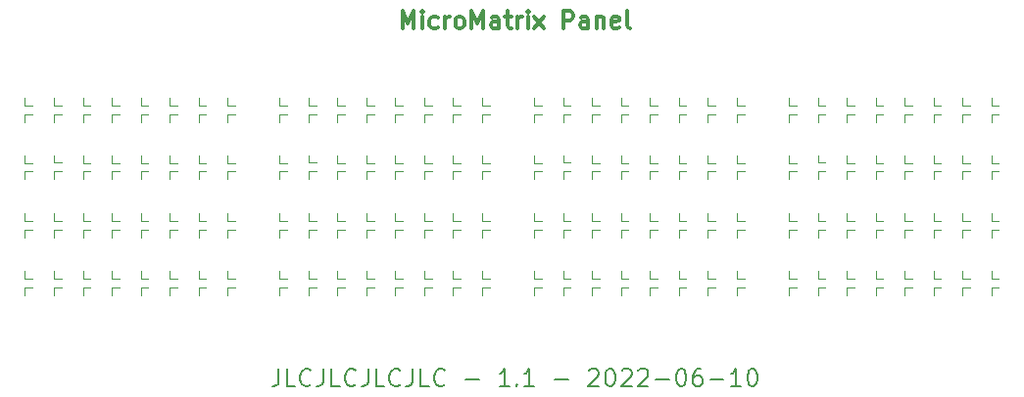
<source format=gto>
G04 #@! TF.GenerationSoftware,KiCad,Pcbnew,(6.0.5)*
G04 #@! TF.CreationDate,2022-06-10T16:45:54+02:00*
G04 #@! TF.ProjectId,MicroMatrix_Panel,4d696372-6f4d-4617-9472-69785f50616e,1.1*
G04 #@! TF.SameCoordinates,Original*
G04 #@! TF.FileFunction,Legend,Top*
G04 #@! TF.FilePolarity,Positive*
%FSLAX46Y46*%
G04 Gerber Fmt 4.6, Leading zero omitted, Abs format (unit mm)*
G04 Created by KiCad (PCBNEW (6.0.5)) date 2022-06-10 16:45:54*
%MOMM*%
%LPD*%
G01*
G04 APERTURE LIST*
%ADD10C,0.300000*%
%ADD11C,0.200000*%
%ADD12C,0.150000*%
%ADD13C,0.152000*%
%ADD14C,0.100000*%
G04 APERTURE END LIST*
D10*
X48250000Y-18178571D02*
X48250000Y-16678571D01*
X48750000Y-17750000D01*
X49250000Y-16678571D01*
X49250000Y-18178571D01*
X49964285Y-18178571D02*
X49964285Y-17178571D01*
X49964285Y-16678571D02*
X49892857Y-16750000D01*
X49964285Y-16821428D01*
X50035714Y-16750000D01*
X49964285Y-16678571D01*
X49964285Y-16821428D01*
X51321428Y-18107142D02*
X51178571Y-18178571D01*
X50892857Y-18178571D01*
X50750000Y-18107142D01*
X50678571Y-18035714D01*
X50607142Y-17892857D01*
X50607142Y-17464285D01*
X50678571Y-17321428D01*
X50750000Y-17250000D01*
X50892857Y-17178571D01*
X51178571Y-17178571D01*
X51321428Y-17250000D01*
X51964285Y-18178571D02*
X51964285Y-17178571D01*
X51964285Y-17464285D02*
X52035714Y-17321428D01*
X52107142Y-17250000D01*
X52250000Y-17178571D01*
X52392857Y-17178571D01*
X53107142Y-18178571D02*
X52964285Y-18107142D01*
X52892857Y-18035714D01*
X52821428Y-17892857D01*
X52821428Y-17464285D01*
X52892857Y-17321428D01*
X52964285Y-17250000D01*
X53107142Y-17178571D01*
X53321428Y-17178571D01*
X53464285Y-17250000D01*
X53535714Y-17321428D01*
X53607142Y-17464285D01*
X53607142Y-17892857D01*
X53535714Y-18035714D01*
X53464285Y-18107142D01*
X53321428Y-18178571D01*
X53107142Y-18178571D01*
X54250000Y-18178571D02*
X54250000Y-16678571D01*
X54750000Y-17750000D01*
X55250000Y-16678571D01*
X55250000Y-18178571D01*
X56607142Y-18178571D02*
X56607142Y-17392857D01*
X56535714Y-17250000D01*
X56392857Y-17178571D01*
X56107142Y-17178571D01*
X55964285Y-17250000D01*
X56607142Y-18107142D02*
X56464285Y-18178571D01*
X56107142Y-18178571D01*
X55964285Y-18107142D01*
X55892857Y-17964285D01*
X55892857Y-17821428D01*
X55964285Y-17678571D01*
X56107142Y-17607142D01*
X56464285Y-17607142D01*
X56607142Y-17535714D01*
X57107142Y-17178571D02*
X57678571Y-17178571D01*
X57321428Y-16678571D02*
X57321428Y-17964285D01*
X57392857Y-18107142D01*
X57535714Y-18178571D01*
X57678571Y-18178571D01*
X58178571Y-18178571D02*
X58178571Y-17178571D01*
X58178571Y-17464285D02*
X58250000Y-17321428D01*
X58321428Y-17250000D01*
X58464285Y-17178571D01*
X58607142Y-17178571D01*
X59107142Y-18178571D02*
X59107142Y-17178571D01*
X59107142Y-16678571D02*
X59035714Y-16750000D01*
X59107142Y-16821428D01*
X59178571Y-16750000D01*
X59107142Y-16678571D01*
X59107142Y-16821428D01*
X59678571Y-18178571D02*
X60464285Y-17178571D01*
X59678571Y-17178571D02*
X60464285Y-18178571D01*
X62178571Y-18178571D02*
X62178571Y-16678571D01*
X62750000Y-16678571D01*
X62892857Y-16750000D01*
X62964285Y-16821428D01*
X63035714Y-16964285D01*
X63035714Y-17178571D01*
X62964285Y-17321428D01*
X62892857Y-17392857D01*
X62750000Y-17464285D01*
X62178571Y-17464285D01*
X64321428Y-18178571D02*
X64321428Y-17392857D01*
X64250000Y-17250000D01*
X64107142Y-17178571D01*
X63821428Y-17178571D01*
X63678571Y-17250000D01*
X64321428Y-18107142D02*
X64178571Y-18178571D01*
X63821428Y-18178571D01*
X63678571Y-18107142D01*
X63607142Y-17964285D01*
X63607142Y-17821428D01*
X63678571Y-17678571D01*
X63821428Y-17607142D01*
X64178571Y-17607142D01*
X64321428Y-17535714D01*
X65035714Y-17178571D02*
X65035714Y-18178571D01*
X65035714Y-17321428D02*
X65107142Y-17250000D01*
X65250000Y-17178571D01*
X65464285Y-17178571D01*
X65607142Y-17250000D01*
X65678571Y-17392857D01*
X65678571Y-18178571D01*
X66964285Y-18107142D02*
X66821428Y-18178571D01*
X66535714Y-18178571D01*
X66392857Y-18107142D01*
X66321428Y-17964285D01*
X66321428Y-17392857D01*
X66392857Y-17250000D01*
X66535714Y-17178571D01*
X66821428Y-17178571D01*
X66964285Y-17250000D01*
X67035714Y-17392857D01*
X67035714Y-17535714D01*
X66321428Y-17678571D01*
X67892857Y-18178571D02*
X67750000Y-18107142D01*
X67678571Y-17964285D01*
X67678571Y-16678571D01*
D11*
X37571428Y-47678571D02*
X37571428Y-48750000D01*
X37500000Y-48964285D01*
X37357142Y-49107142D01*
X37142857Y-49178571D01*
X37000000Y-49178571D01*
X39000000Y-49178571D02*
X38285714Y-49178571D01*
X38285714Y-47678571D01*
X40357142Y-49035714D02*
X40285714Y-49107142D01*
X40071428Y-49178571D01*
X39928571Y-49178571D01*
X39714285Y-49107142D01*
X39571428Y-48964285D01*
X39500000Y-48821428D01*
X39428571Y-48535714D01*
X39428571Y-48321428D01*
X39500000Y-48035714D01*
X39571428Y-47892857D01*
X39714285Y-47750000D01*
X39928571Y-47678571D01*
X40071428Y-47678571D01*
X40285714Y-47750000D01*
X40357142Y-47821428D01*
X41428571Y-47678571D02*
X41428571Y-48750000D01*
X41357142Y-48964285D01*
X41214285Y-49107142D01*
X41000000Y-49178571D01*
X40857142Y-49178571D01*
X42857142Y-49178571D02*
X42142857Y-49178571D01*
X42142857Y-47678571D01*
X44214285Y-49035714D02*
X44142857Y-49107142D01*
X43928571Y-49178571D01*
X43785714Y-49178571D01*
X43571428Y-49107142D01*
X43428571Y-48964285D01*
X43357142Y-48821428D01*
X43285714Y-48535714D01*
X43285714Y-48321428D01*
X43357142Y-48035714D01*
X43428571Y-47892857D01*
X43571428Y-47750000D01*
X43785714Y-47678571D01*
X43928571Y-47678571D01*
X44142857Y-47750000D01*
X44214285Y-47821428D01*
X45285714Y-47678571D02*
X45285714Y-48750000D01*
X45214285Y-48964285D01*
X45071428Y-49107142D01*
X44857142Y-49178571D01*
X44714285Y-49178571D01*
X46714285Y-49178571D02*
X46000000Y-49178571D01*
X46000000Y-47678571D01*
X48071428Y-49035714D02*
X48000000Y-49107142D01*
X47785714Y-49178571D01*
X47642857Y-49178571D01*
X47428571Y-49107142D01*
X47285714Y-48964285D01*
X47214285Y-48821428D01*
X47142857Y-48535714D01*
X47142857Y-48321428D01*
X47214285Y-48035714D01*
X47285714Y-47892857D01*
X47428571Y-47750000D01*
X47642857Y-47678571D01*
X47785714Y-47678571D01*
X48000000Y-47750000D01*
X48071428Y-47821428D01*
X49142857Y-47678571D02*
X49142857Y-48750000D01*
X49071428Y-48964285D01*
X48928571Y-49107142D01*
X48714285Y-49178571D01*
X48571428Y-49178571D01*
X50571428Y-49178571D02*
X49857142Y-49178571D01*
X49857142Y-47678571D01*
X51928571Y-49035714D02*
X51857142Y-49107142D01*
X51642857Y-49178571D01*
X51500000Y-49178571D01*
X51285714Y-49107142D01*
X51142857Y-48964285D01*
X51071428Y-48821428D01*
X51000000Y-48535714D01*
X51000000Y-48321428D01*
X51071428Y-48035714D01*
X51142857Y-47892857D01*
X51285714Y-47750000D01*
X51500000Y-47678571D01*
X51642857Y-47678571D01*
X51857142Y-47750000D01*
X51928571Y-47821428D01*
X53714285Y-48607142D02*
X54857142Y-48607142D01*
X57500000Y-49178571D02*
X56642857Y-49178571D01*
X57071428Y-49178571D02*
X57071428Y-47678571D01*
X56928571Y-47892857D01*
X56785714Y-48035714D01*
X56642857Y-48107142D01*
X58142857Y-49035714D02*
X58214285Y-49107142D01*
X58142857Y-49178571D01*
X58071428Y-49107142D01*
X58142857Y-49035714D01*
X58142857Y-49178571D01*
X59642857Y-49178571D02*
X58785714Y-49178571D01*
X59214285Y-49178571D02*
X59214285Y-47678571D01*
X59071428Y-47892857D01*
X58928571Y-48035714D01*
X58785714Y-48107142D01*
X61428571Y-48607142D02*
X62571428Y-48607142D01*
X64357142Y-47821428D02*
X64428571Y-47750000D01*
X64571428Y-47678571D01*
X64928571Y-47678571D01*
X65071428Y-47750000D01*
X65142857Y-47821428D01*
X65214285Y-47964285D01*
X65214285Y-48107142D01*
X65142857Y-48321428D01*
X64285714Y-49178571D01*
X65214285Y-49178571D01*
X66142857Y-47678571D02*
X66285714Y-47678571D01*
X66428571Y-47750000D01*
X66500000Y-47821428D01*
X66571428Y-47964285D01*
X66642857Y-48250000D01*
X66642857Y-48607142D01*
X66571428Y-48892857D01*
X66500000Y-49035714D01*
X66428571Y-49107142D01*
X66285714Y-49178571D01*
X66142857Y-49178571D01*
X66000000Y-49107142D01*
X65928571Y-49035714D01*
X65857142Y-48892857D01*
X65785714Y-48607142D01*
X65785714Y-48250000D01*
X65857142Y-47964285D01*
X65928571Y-47821428D01*
X66000000Y-47750000D01*
X66142857Y-47678571D01*
X67214285Y-47821428D02*
X67285714Y-47750000D01*
X67428571Y-47678571D01*
X67785714Y-47678571D01*
X67928571Y-47750000D01*
X68000000Y-47821428D01*
X68071428Y-47964285D01*
X68071428Y-48107142D01*
X68000000Y-48321428D01*
X67142857Y-49178571D01*
X68071428Y-49178571D01*
X68642857Y-47821428D02*
X68714285Y-47750000D01*
X68857142Y-47678571D01*
X69214285Y-47678571D01*
X69357142Y-47750000D01*
X69428571Y-47821428D01*
X69500000Y-47964285D01*
X69500000Y-48107142D01*
X69428571Y-48321428D01*
X68571428Y-49178571D01*
X69500000Y-49178571D01*
X70142857Y-48607142D02*
X71285714Y-48607142D01*
X72285714Y-47678571D02*
X72428571Y-47678571D01*
X72571428Y-47750000D01*
X72642857Y-47821428D01*
X72714285Y-47964285D01*
X72785714Y-48250000D01*
X72785714Y-48607142D01*
X72714285Y-48892857D01*
X72642857Y-49035714D01*
X72571428Y-49107142D01*
X72428571Y-49178571D01*
X72285714Y-49178571D01*
X72142857Y-49107142D01*
X72071428Y-49035714D01*
X72000000Y-48892857D01*
X71928571Y-48607142D01*
X71928571Y-48250000D01*
X72000000Y-47964285D01*
X72071428Y-47821428D01*
X72142857Y-47750000D01*
X72285714Y-47678571D01*
X74071428Y-47678571D02*
X73785714Y-47678571D01*
X73642857Y-47750000D01*
X73571428Y-47821428D01*
X73428571Y-48035714D01*
X73357142Y-48321428D01*
X73357142Y-48892857D01*
X73428571Y-49035714D01*
X73500000Y-49107142D01*
X73642857Y-49178571D01*
X73928571Y-49178571D01*
X74071428Y-49107142D01*
X74142857Y-49035714D01*
X74214285Y-48892857D01*
X74214285Y-48535714D01*
X74142857Y-48392857D01*
X74071428Y-48321428D01*
X73928571Y-48250000D01*
X73642857Y-48250000D01*
X73500000Y-48321428D01*
X73428571Y-48392857D01*
X73357142Y-48535714D01*
X74857142Y-48607142D02*
X76000000Y-48607142D01*
X77500000Y-49178571D02*
X76642857Y-49178571D01*
X77071428Y-49178571D02*
X77071428Y-47678571D01*
X76928571Y-47892857D01*
X76785714Y-48035714D01*
X76642857Y-48107142D01*
X78428571Y-47678571D02*
X78571428Y-47678571D01*
X78714285Y-47750000D01*
X78785714Y-47821428D01*
X78857142Y-47964285D01*
X78928571Y-48250000D01*
X78928571Y-48607142D01*
X78857142Y-48892857D01*
X78785714Y-49035714D01*
X78714285Y-49107142D01*
X78571428Y-49178571D01*
X78428571Y-49178571D01*
X78285714Y-49107142D01*
X78214285Y-49035714D01*
X78142857Y-48892857D01*
X78071428Y-48607142D01*
X78071428Y-48250000D01*
X78142857Y-47964285D01*
X78214285Y-47821428D01*
X78285714Y-47750000D01*
X78428571Y-47678571D01*
D12*
G04 #@! TO.C,*
D13*
D12*
D13*
D12*
D13*
D12*
D13*
D14*
G04 #@! TO.C,D40*
X55150000Y-34200000D02*
X55150000Y-34850000D01*
X55150000Y-34850000D02*
X55800000Y-34850000D01*
G04 #@! TO.C,D17*
X59650000Y-29200000D02*
X59650000Y-29850000D01*
X59650000Y-29850000D02*
X60300000Y-29850000D01*
G04 #@! TO.C,D52*
X45150000Y-39850000D02*
X45800000Y-39850000D01*
X45150000Y-39200000D02*
X45150000Y-39850000D01*
G04 #@! TO.C,D18*
X18150000Y-29150000D02*
X18150000Y-29800000D01*
X18150000Y-29800000D02*
X18800000Y-29800000D01*
G04 #@! TO.C,D35*
X64650000Y-34200000D02*
X64650000Y-34850000D01*
X64650000Y-34850000D02*
X65300000Y-34850000D01*
G04 #@! TO.C,D37*
X69650000Y-34200000D02*
X69650000Y-34850000D01*
X69650000Y-34850000D02*
X70300000Y-34850000D01*
G04 #@! TO.C,D58*
X75300000Y-40650000D02*
X74650000Y-40650000D01*
X74650000Y-40650000D02*
X74650000Y-41300000D01*
G04 #@! TO.C,D49*
X81650000Y-39200000D02*
X81650000Y-39850000D01*
X81650000Y-39850000D02*
X82300000Y-39850000D01*
G04 #@! TO.C,D55*
X74650000Y-39200000D02*
X74650000Y-39850000D01*
X74650000Y-39850000D02*
X75300000Y-39850000D01*
G04 #@! TO.C,D14*
X64650000Y-25650000D02*
X64650000Y-26300000D01*
X65300000Y-25650000D02*
X64650000Y-25650000D01*
G04 #@! TO.C,D59*
X28800000Y-40650000D02*
X28150000Y-40650000D01*
X28150000Y-40650000D02*
X28150000Y-41300000D01*
G04 #@! TO.C,D27*
X94800000Y-30550000D02*
X94150000Y-30550000D01*
X94150000Y-30550000D02*
X94150000Y-31200000D01*
G04 #@! TO.C,D20*
X45150000Y-29850000D02*
X45800000Y-29850000D01*
X45150000Y-29200000D02*
X45150000Y-29850000D01*
G04 #@! TO.C,D47*
X62150000Y-35650000D02*
X62150000Y-36300000D01*
X62800000Y-35650000D02*
X62150000Y-35650000D01*
G04 #@! TO.C,D5*
X69650000Y-24200000D02*
X69650000Y-24850000D01*
X69650000Y-24850000D02*
X70300000Y-24850000D01*
G04 #@! TO.C,D62*
X86650000Y-40650000D02*
X86650000Y-41300000D01*
X87300000Y-40650000D02*
X86650000Y-40650000D01*
G04 #@! TO.C,D54*
X94150000Y-39200000D02*
X94150000Y-39850000D01*
X94150000Y-39850000D02*
X94800000Y-39850000D01*
G04 #@! TO.C,D34*
X40150000Y-34850000D02*
X40800000Y-34850000D01*
X40150000Y-34200000D02*
X40150000Y-34850000D01*
G04 #@! TO.C,D60*
X47650000Y-40650000D02*
X47650000Y-41300000D01*
X48300000Y-40650000D02*
X47650000Y-40650000D01*
G04 #@! TO.C,D46*
X87300000Y-35650000D02*
X86650000Y-35650000D01*
X86650000Y-35650000D02*
X86650000Y-36300000D01*
G04 #@! TO.C,D17*
X15650000Y-29850000D02*
X16300000Y-29850000D01*
X15650000Y-29200000D02*
X15650000Y-29850000D01*
G04 #@! TO.C,D52*
X23150000Y-39850000D02*
X23800000Y-39850000D01*
X23150000Y-39200000D02*
X23150000Y-39850000D01*
G04 #@! TO.C,D6*
X94150000Y-24200000D02*
X94150000Y-24850000D01*
X94150000Y-24850000D02*
X94800000Y-24850000D01*
G04 #@! TO.C,D44*
X25650000Y-35650000D02*
X25650000Y-36300000D01*
X26300000Y-35650000D02*
X25650000Y-35650000D01*
G04 #@! TO.C,D43*
X94800000Y-35650000D02*
X94150000Y-35650000D01*
X94150000Y-35650000D02*
X94150000Y-36300000D01*
G04 #@! TO.C,D36*
X67150000Y-34200000D02*
X67150000Y-34850000D01*
X67150000Y-34850000D02*
X67800000Y-34850000D01*
G04 #@! TO.C,D38*
X94150000Y-34850000D02*
X94800000Y-34850000D01*
X94150000Y-34200000D02*
X94150000Y-34850000D01*
G04 #@! TO.C,D50*
X84150000Y-39850000D02*
X84800000Y-39850000D01*
X84150000Y-39200000D02*
X84150000Y-39850000D01*
G04 #@! TO.C,D16*
X81650000Y-25650000D02*
X81650000Y-26300000D01*
X82300000Y-25650000D02*
X81650000Y-25650000D01*
G04 #@! TO.C,D4*
X89150000Y-24200000D02*
X89150000Y-24850000D01*
X89150000Y-24850000D02*
X89800000Y-24850000D01*
G04 #@! TO.C,D60*
X70300000Y-40650000D02*
X69650000Y-40650000D01*
X69650000Y-40650000D02*
X69650000Y-41300000D01*
G04 #@! TO.C,D33*
X15650000Y-34200000D02*
X15650000Y-34850000D01*
X15650000Y-34850000D02*
X16300000Y-34850000D01*
G04 #@! TO.C,D11*
X94150000Y-25650000D02*
X94150000Y-26300000D01*
X94800000Y-25650000D02*
X94150000Y-25650000D01*
G04 #@! TO.C,D60*
X92300000Y-40650000D02*
X91650000Y-40650000D01*
X91650000Y-40650000D02*
X91650000Y-41300000D01*
G04 #@! TO.C,D22*
X72150000Y-29850000D02*
X72800000Y-29850000D01*
X72150000Y-29200000D02*
X72150000Y-29850000D01*
G04 #@! TO.C,D36*
X45150000Y-34200000D02*
X45150000Y-34850000D01*
X45150000Y-34850000D02*
X45800000Y-34850000D01*
G04 #@! TO.C,D63*
X84150000Y-40650000D02*
X84150000Y-41300000D01*
X84800000Y-40650000D02*
X84150000Y-40650000D01*
G04 #@! TO.C,D18*
X84150000Y-29800000D02*
X84800000Y-29800000D01*
X84150000Y-29150000D02*
X84150000Y-29800000D01*
G04 #@! TO.C,D3*
X86650000Y-24850000D02*
X87300000Y-24850000D01*
X86650000Y-24200000D02*
X86650000Y-24850000D01*
G04 #@! TO.C,D27*
X28150000Y-30550000D02*
X28150000Y-31200000D01*
X28800000Y-30550000D02*
X28150000Y-30550000D01*
G04 #@! TO.C,D29*
X89150000Y-30550000D02*
X89150000Y-31200000D01*
X89800000Y-30550000D02*
X89150000Y-30550000D01*
G04 #@! TO.C,D57*
X33800000Y-40650000D02*
X33150000Y-40650000D01*
X33150000Y-40650000D02*
X33150000Y-41300000D01*
G04 #@! TO.C,D64*
X81650000Y-40650000D02*
X81650000Y-41300000D01*
X82300000Y-40650000D02*
X81650000Y-40650000D01*
G04 #@! TO.C,D34*
X18150000Y-34200000D02*
X18150000Y-34850000D01*
X18150000Y-34850000D02*
X18800000Y-34850000D01*
G04 #@! TO.C,D2*
X84150000Y-24850000D02*
X84800000Y-24850000D01*
X84150000Y-24200000D02*
X84150000Y-24850000D01*
G04 #@! TO.C,D40*
X77150000Y-34200000D02*
X77150000Y-34850000D01*
X77150000Y-34850000D02*
X77800000Y-34850000D01*
G04 #@! TO.C,D21*
X69650000Y-29850000D02*
X70300000Y-29850000D01*
X69650000Y-29200000D02*
X69650000Y-29850000D01*
G04 #@! TO.C,D53*
X91650000Y-39200000D02*
X91650000Y-39850000D01*
X91650000Y-39850000D02*
X92300000Y-39850000D01*
G04 #@! TO.C,D25*
X33150000Y-30550000D02*
X33150000Y-31200000D01*
X33800000Y-30550000D02*
X33150000Y-30550000D01*
G04 #@! TO.C,D5*
X47650000Y-24200000D02*
X47650000Y-24850000D01*
X47650000Y-24850000D02*
X48300000Y-24850000D01*
G04 #@! TO.C,D39*
X52650000Y-34200000D02*
X52650000Y-34850000D01*
X52650000Y-34850000D02*
X53300000Y-34850000D01*
G04 #@! TO.C,D16*
X59650000Y-25650000D02*
X59650000Y-26300000D01*
X60300000Y-25650000D02*
X59650000Y-25650000D01*
G04 #@! TO.C,D32*
X37650000Y-30550000D02*
X37650000Y-31200000D01*
X38300000Y-30550000D02*
X37650000Y-30550000D01*
G04 #@! TO.C,D58*
X53300000Y-40650000D02*
X52650000Y-40650000D01*
X52650000Y-40650000D02*
X52650000Y-41300000D01*
G04 #@! TO.C,D17*
X81650000Y-29850000D02*
X82300000Y-29850000D01*
X81650000Y-29200000D02*
X81650000Y-29850000D01*
G04 #@! TO.C,D57*
X77800000Y-40650000D02*
X77150000Y-40650000D01*
X77150000Y-40650000D02*
X77150000Y-41300000D01*
G04 #@! TO.C,D43*
X50800000Y-35650000D02*
X50150000Y-35650000D01*
X50150000Y-35650000D02*
X50150000Y-36300000D01*
G04 #@! TO.C,D6*
X28150000Y-24200000D02*
X28150000Y-24850000D01*
X28150000Y-24850000D02*
X28800000Y-24850000D01*
G04 #@! TO.C,D21*
X25650000Y-29200000D02*
X25650000Y-29850000D01*
X25650000Y-29850000D02*
X26300000Y-29850000D01*
G04 #@! TO.C,D37*
X25650000Y-34850000D02*
X26300000Y-34850000D01*
X25650000Y-34200000D02*
X25650000Y-34850000D01*
G04 #@! TO.C,D15*
X84800000Y-25650000D02*
X84150000Y-25650000D01*
X84150000Y-25650000D02*
X84150000Y-26300000D01*
G04 #@! TO.C,D28*
X91650000Y-30550000D02*
X91650000Y-31200000D01*
X92300000Y-30550000D02*
X91650000Y-30550000D01*
G04 #@! TO.C,D35*
X42650000Y-34850000D02*
X43300000Y-34850000D01*
X42650000Y-34200000D02*
X42650000Y-34850000D01*
G04 #@! TO.C,D54*
X72150000Y-39850000D02*
X72800000Y-39850000D01*
X72150000Y-39200000D02*
X72150000Y-39850000D01*
X28150000Y-39850000D02*
X28800000Y-39850000D01*
X28150000Y-39200000D02*
X28150000Y-39850000D01*
G04 #@! TO.C,D64*
X16300000Y-40650000D02*
X15650000Y-40650000D01*
X15650000Y-40650000D02*
X15650000Y-41300000D01*
G04 #@! TO.C,D51*
X64650000Y-39850000D02*
X65300000Y-39850000D01*
X64650000Y-39200000D02*
X64650000Y-39850000D01*
G04 #@! TO.C,D50*
X40150000Y-39850000D02*
X40800000Y-39850000D01*
X40150000Y-39200000D02*
X40150000Y-39850000D01*
G04 #@! TO.C,D59*
X50800000Y-40650000D02*
X50150000Y-40650000D01*
X50150000Y-40650000D02*
X50150000Y-41300000D01*
G04 #@! TO.C,D48*
X59650000Y-35650000D02*
X59650000Y-36300000D01*
X60300000Y-35650000D02*
X59650000Y-35650000D01*
G04 #@! TO.C,D42*
X75300000Y-35650000D02*
X74650000Y-35650000D01*
X74650000Y-35650000D02*
X74650000Y-36300000D01*
G04 #@! TO.C,D44*
X92300000Y-35650000D02*
X91650000Y-35650000D01*
X91650000Y-35650000D02*
X91650000Y-36300000D01*
G04 #@! TO.C,D51*
X86650000Y-39850000D02*
X87300000Y-39850000D01*
X86650000Y-39200000D02*
X86650000Y-39850000D01*
G04 #@! TO.C,D31*
X40150000Y-30550000D02*
X40150000Y-31200000D01*
X40800000Y-30550000D02*
X40150000Y-30550000D01*
G04 #@! TO.C,D15*
X62150000Y-25650000D02*
X62150000Y-26300000D01*
X62800000Y-25650000D02*
X62150000Y-25650000D01*
G04 #@! TO.C,D22*
X94150000Y-29850000D02*
X94800000Y-29850000D01*
X94150000Y-29200000D02*
X94150000Y-29850000D01*
G04 #@! TO.C,D2*
X40150000Y-24200000D02*
X40150000Y-24850000D01*
X40150000Y-24850000D02*
X40800000Y-24850000D01*
G04 #@! TO.C,D15*
X40150000Y-25650000D02*
X40150000Y-26300000D01*
X40800000Y-25650000D02*
X40150000Y-25650000D01*
G04 #@! TO.C,D62*
X21300000Y-40650000D02*
X20650000Y-40650000D01*
X20650000Y-40650000D02*
X20650000Y-41300000D01*
G04 #@! TO.C,D53*
X69650000Y-39200000D02*
X69650000Y-39850000D01*
X69650000Y-39850000D02*
X70300000Y-39850000D01*
G04 #@! TO.C,D61*
X89800000Y-40650000D02*
X89150000Y-40650000D01*
X89150000Y-40650000D02*
X89150000Y-41300000D01*
G04 #@! TO.C,D41*
X99150000Y-35650000D02*
X99150000Y-36300000D01*
X99800000Y-35650000D02*
X99150000Y-35650000D01*
G04 #@! TO.C,D46*
X20650000Y-35650000D02*
X20650000Y-36300000D01*
X21300000Y-35650000D02*
X20650000Y-35650000D01*
G04 #@! TO.C,D23*
X52650000Y-29200000D02*
X52650000Y-29850000D01*
X52650000Y-29850000D02*
X53300000Y-29850000D01*
G04 #@! TO.C,D13*
X45150000Y-25650000D02*
X45150000Y-26300000D01*
X45800000Y-25650000D02*
X45150000Y-25650000D01*
G04 #@! TO.C,D10*
X52650000Y-25650000D02*
X52650000Y-26300000D01*
X53300000Y-25650000D02*
X52650000Y-25650000D01*
G04 #@! TO.C,D28*
X26300000Y-30550000D02*
X25650000Y-30550000D01*
X25650000Y-30550000D02*
X25650000Y-31200000D01*
G04 #@! TO.C,D8*
X33150000Y-24200000D02*
X33150000Y-24850000D01*
X33150000Y-24850000D02*
X33800000Y-24850000D01*
G04 #@! TO.C,D2*
X18150000Y-24850000D02*
X18800000Y-24850000D01*
X18150000Y-24200000D02*
X18150000Y-24850000D01*
G04 #@! TO.C,D39*
X74650000Y-34850000D02*
X75300000Y-34850000D01*
X74650000Y-34200000D02*
X74650000Y-34850000D01*
G04 #@! TO.C,D8*
X77150000Y-24850000D02*
X77800000Y-24850000D01*
X77150000Y-24200000D02*
X77150000Y-24850000D01*
G04 #@! TO.C,D12*
X26300000Y-25650000D02*
X25650000Y-25650000D01*
X25650000Y-25650000D02*
X25650000Y-26300000D01*
G04 #@! TO.C,D42*
X52650000Y-35650000D02*
X52650000Y-36300000D01*
X53300000Y-35650000D02*
X52650000Y-35650000D01*
G04 #@! TO.C,D7*
X52650000Y-24200000D02*
X52650000Y-24850000D01*
X52650000Y-24850000D02*
X53300000Y-24850000D01*
G04 #@! TO.C,D23*
X96650000Y-29850000D02*
X97300000Y-29850000D01*
X96650000Y-29200000D02*
X96650000Y-29850000D01*
G04 #@! TO.C,D9*
X33800000Y-25650000D02*
X33150000Y-25650000D01*
X33150000Y-25650000D02*
X33150000Y-26300000D01*
G04 #@! TO.C,D36*
X89150000Y-34850000D02*
X89800000Y-34850000D01*
X89150000Y-34200000D02*
X89150000Y-34850000D01*
G04 #@! TO.C,D63*
X18800000Y-40650000D02*
X18150000Y-40650000D01*
X18150000Y-40650000D02*
X18150000Y-41300000D01*
G04 #@! TO.C,D8*
X99150000Y-24200000D02*
X99150000Y-24850000D01*
X99150000Y-24850000D02*
X99800000Y-24850000D01*
G04 #@! TO.C,D4*
X45150000Y-24850000D02*
X45800000Y-24850000D01*
X45150000Y-24200000D02*
X45150000Y-24850000D01*
G04 #@! TO.C,D15*
X18800000Y-25650000D02*
X18150000Y-25650000D01*
X18150000Y-25650000D02*
X18150000Y-26300000D01*
G04 #@! TO.C,D45*
X67150000Y-35650000D02*
X67150000Y-36300000D01*
X67800000Y-35650000D02*
X67150000Y-35650000D01*
G04 #@! TO.C,D19*
X20650000Y-29850000D02*
X21300000Y-29850000D01*
X20650000Y-29200000D02*
X20650000Y-29850000D01*
G04 #@! TO.C,D6*
X50150000Y-24200000D02*
X50150000Y-24850000D01*
X50150000Y-24850000D02*
X50800000Y-24850000D01*
G04 #@! TO.C,D49*
X15650000Y-39200000D02*
X15650000Y-39850000D01*
X15650000Y-39850000D02*
X16300000Y-39850000D01*
G04 #@! TO.C,D34*
X62150000Y-34200000D02*
X62150000Y-34850000D01*
X62150000Y-34850000D02*
X62800000Y-34850000D01*
G04 #@! TO.C,D8*
X55150000Y-24850000D02*
X55800000Y-24850000D01*
X55150000Y-24200000D02*
X55150000Y-24850000D01*
G04 #@! TO.C,D24*
X77150000Y-29200000D02*
X77150000Y-29850000D01*
X77150000Y-29850000D02*
X77800000Y-29850000D01*
G04 #@! TO.C,D3*
X42650000Y-24850000D02*
X43300000Y-24850000D01*
X42650000Y-24200000D02*
X42650000Y-24850000D01*
G04 #@! TO.C,D9*
X77150000Y-25650000D02*
X77150000Y-26300000D01*
X77800000Y-25650000D02*
X77150000Y-25650000D01*
G04 #@! TO.C,D56*
X77150000Y-39200000D02*
X77150000Y-39850000D01*
X77150000Y-39850000D02*
X77800000Y-39850000D01*
G04 #@! TO.C,D62*
X43300000Y-40650000D02*
X42650000Y-40650000D01*
X42650000Y-40650000D02*
X42650000Y-41300000D01*
G04 #@! TO.C,D46*
X65300000Y-35650000D02*
X64650000Y-35650000D01*
X64650000Y-35650000D02*
X64650000Y-36300000D01*
G04 #@! TO.C,D19*
X64650000Y-29850000D02*
X65300000Y-29850000D01*
X64650000Y-29200000D02*
X64650000Y-29850000D01*
G04 #@! TO.C,D39*
X30650000Y-34200000D02*
X30650000Y-34850000D01*
X30650000Y-34850000D02*
X31300000Y-34850000D01*
G04 #@! TO.C,D34*
X84150000Y-34200000D02*
X84150000Y-34850000D01*
X84150000Y-34850000D02*
X84800000Y-34850000D01*
G04 #@! TO.C,D5*
X25650000Y-24200000D02*
X25650000Y-24850000D01*
X25650000Y-24850000D02*
X26300000Y-24850000D01*
G04 #@! TO.C,D1*
X37650000Y-24200000D02*
X37650000Y-24850000D01*
X37650000Y-24850000D02*
X38300000Y-24850000D01*
G04 #@! TO.C,D33*
X81650000Y-34200000D02*
X81650000Y-34850000D01*
X81650000Y-34850000D02*
X82300000Y-34850000D01*
G04 #@! TO.C,D27*
X50150000Y-30550000D02*
X50150000Y-31200000D01*
X50800000Y-30550000D02*
X50150000Y-30550000D01*
G04 #@! TO.C,D64*
X60300000Y-40650000D02*
X59650000Y-40650000D01*
X59650000Y-40650000D02*
X59650000Y-41300000D01*
G04 #@! TO.C,D4*
X67150000Y-24850000D02*
X67800000Y-24850000D01*
X67150000Y-24200000D02*
X67150000Y-24850000D01*
G04 #@! TO.C,D13*
X89800000Y-25650000D02*
X89150000Y-25650000D01*
X89150000Y-25650000D02*
X89150000Y-26300000D01*
G04 #@! TO.C,D62*
X65300000Y-40650000D02*
X64650000Y-40650000D01*
X64650000Y-40650000D02*
X64650000Y-41300000D01*
G04 #@! TO.C,D55*
X30650000Y-39200000D02*
X30650000Y-39850000D01*
X30650000Y-39850000D02*
X31300000Y-39850000D01*
G04 #@! TO.C,D36*
X23150000Y-34200000D02*
X23150000Y-34850000D01*
X23150000Y-34850000D02*
X23800000Y-34850000D01*
G04 #@! TO.C,D43*
X28150000Y-35650000D02*
X28150000Y-36300000D01*
X28800000Y-35650000D02*
X28150000Y-35650000D01*
G04 #@! TO.C,D27*
X72150000Y-30550000D02*
X72150000Y-31200000D01*
X72800000Y-30550000D02*
X72150000Y-30550000D01*
G04 #@! TO.C,D25*
X77800000Y-30550000D02*
X77150000Y-30550000D01*
X77150000Y-30550000D02*
X77150000Y-31200000D01*
G04 #@! TO.C,D26*
X30650000Y-30550000D02*
X30650000Y-31200000D01*
X31300000Y-30550000D02*
X30650000Y-30550000D01*
G04 #@! TO.C,D30*
X64650000Y-30550000D02*
X64650000Y-31200000D01*
X65300000Y-30550000D02*
X64650000Y-30550000D01*
G04 #@! TO.C,D53*
X25650000Y-39200000D02*
X25650000Y-39850000D01*
X25650000Y-39850000D02*
X26300000Y-39850000D01*
G04 #@! TO.C,D4*
X23150000Y-24850000D02*
X23800000Y-24850000D01*
X23150000Y-24200000D02*
X23150000Y-24850000D01*
G04 #@! TO.C,D56*
X33150000Y-39850000D02*
X33800000Y-39850000D01*
X33150000Y-39200000D02*
X33150000Y-39850000D01*
G04 #@! TO.C,D37*
X47650000Y-34200000D02*
X47650000Y-34850000D01*
X47650000Y-34850000D02*
X48300000Y-34850000D01*
G04 #@! TO.C,D56*
X99150000Y-39200000D02*
X99150000Y-39850000D01*
X99150000Y-39850000D02*
X99800000Y-39850000D01*
G04 #@! TO.C,D48*
X16300000Y-35650000D02*
X15650000Y-35650000D01*
X15650000Y-35650000D02*
X15650000Y-36300000D01*
G04 #@! TO.C,D38*
X28150000Y-34200000D02*
X28150000Y-34850000D01*
X28150000Y-34850000D02*
X28800000Y-34850000D01*
G04 #@! TO.C,D5*
X91650000Y-24850000D02*
X92300000Y-24850000D01*
X91650000Y-24200000D02*
X91650000Y-24850000D01*
G04 #@! TO.C,D58*
X30650000Y-40650000D02*
X30650000Y-41300000D01*
X31300000Y-40650000D02*
X30650000Y-40650000D01*
G04 #@! TO.C,D19*
X42650000Y-29200000D02*
X42650000Y-29850000D01*
X42650000Y-29850000D02*
X43300000Y-29850000D01*
G04 #@! TO.C,D31*
X18800000Y-30550000D02*
X18150000Y-30550000D01*
X18150000Y-30550000D02*
X18150000Y-31200000D01*
G04 #@! TO.C,D18*
X62150000Y-29800000D02*
X62800000Y-29800000D01*
X62150000Y-29150000D02*
X62150000Y-29800000D01*
G04 #@! TO.C,D20*
X23150000Y-29200000D02*
X23150000Y-29850000D01*
X23150000Y-29850000D02*
X23800000Y-29850000D01*
G04 #@! TO.C,D26*
X53300000Y-30550000D02*
X52650000Y-30550000D01*
X52650000Y-30550000D02*
X52650000Y-31200000D01*
G04 #@! TO.C,D7*
X30650000Y-24200000D02*
X30650000Y-24850000D01*
X30650000Y-24850000D02*
X31300000Y-24850000D01*
G04 #@! TO.C,D25*
X55800000Y-30550000D02*
X55150000Y-30550000D01*
X55150000Y-30550000D02*
X55150000Y-31200000D01*
G04 #@! TO.C,D49*
X59650000Y-39850000D02*
X60300000Y-39850000D01*
X59650000Y-39200000D02*
X59650000Y-39850000D01*
G04 #@! TO.C,D6*
X72150000Y-24850000D02*
X72800000Y-24850000D01*
X72150000Y-24200000D02*
X72150000Y-24850000D01*
G04 #@! TO.C,D2*
X62150000Y-24850000D02*
X62800000Y-24850000D01*
X62150000Y-24200000D02*
X62150000Y-24850000D01*
G04 #@! TO.C,D42*
X31300000Y-35650000D02*
X30650000Y-35650000D01*
X30650000Y-35650000D02*
X30650000Y-36300000D01*
G04 #@! TO.C,D45*
X23150000Y-35650000D02*
X23150000Y-36300000D01*
X23800000Y-35650000D02*
X23150000Y-35650000D01*
G04 #@! TO.C,D1*
X81650000Y-24850000D02*
X82300000Y-24850000D01*
X81650000Y-24200000D02*
X81650000Y-24850000D01*
G04 #@! TO.C,D45*
X89800000Y-35650000D02*
X89150000Y-35650000D01*
X89150000Y-35650000D02*
X89150000Y-36300000D01*
G04 #@! TO.C,D53*
X47650000Y-39200000D02*
X47650000Y-39850000D01*
X47650000Y-39850000D02*
X48300000Y-39850000D01*
G04 #@! TO.C,D29*
X45800000Y-30550000D02*
X45150000Y-30550000D01*
X45150000Y-30550000D02*
X45150000Y-31200000D01*
G04 #@! TO.C,D30*
X21300000Y-30550000D02*
X20650000Y-30550000D01*
X20650000Y-30550000D02*
X20650000Y-31200000D01*
G04 #@! TO.C,D1*
X59650000Y-24850000D02*
X60300000Y-24850000D01*
X59650000Y-24200000D02*
X59650000Y-24850000D01*
G04 #@! TO.C,D21*
X47650000Y-29200000D02*
X47650000Y-29850000D01*
X47650000Y-29850000D02*
X48300000Y-29850000D01*
G04 #@! TO.C,D35*
X86650000Y-34850000D02*
X87300000Y-34850000D01*
X86650000Y-34200000D02*
X86650000Y-34850000D01*
G04 #@! TO.C,D44*
X69650000Y-35650000D02*
X69650000Y-36300000D01*
X70300000Y-35650000D02*
X69650000Y-35650000D01*
G04 #@! TO.C,D32*
X81650000Y-30550000D02*
X81650000Y-31200000D01*
X82300000Y-30550000D02*
X81650000Y-30550000D01*
G04 #@! TO.C,D10*
X74650000Y-25650000D02*
X74650000Y-26300000D01*
X75300000Y-25650000D02*
X74650000Y-25650000D01*
G04 #@! TO.C,D30*
X86650000Y-30550000D02*
X86650000Y-31200000D01*
X87300000Y-30550000D02*
X86650000Y-30550000D01*
G04 #@! TO.C,D47*
X18800000Y-35650000D02*
X18150000Y-35650000D01*
X18150000Y-35650000D02*
X18150000Y-36300000D01*
G04 #@! TO.C,D32*
X60300000Y-30550000D02*
X59650000Y-30550000D01*
X59650000Y-30550000D02*
X59650000Y-31200000D01*
G04 #@! TO.C,D10*
X97300000Y-25650000D02*
X96650000Y-25650000D01*
X96650000Y-25650000D02*
X96650000Y-26300000D01*
G04 #@! TO.C,D48*
X81650000Y-35650000D02*
X81650000Y-36300000D01*
X82300000Y-35650000D02*
X81650000Y-35650000D01*
G04 #@! TO.C,D57*
X55150000Y-40650000D02*
X55150000Y-41300000D01*
X55800000Y-40650000D02*
X55150000Y-40650000D01*
G04 #@! TO.C,D7*
X96650000Y-24850000D02*
X97300000Y-24850000D01*
X96650000Y-24200000D02*
X96650000Y-24850000D01*
G04 #@! TO.C,D32*
X16300000Y-30550000D02*
X15650000Y-30550000D01*
X15650000Y-30550000D02*
X15650000Y-31200000D01*
G04 #@! TO.C,D21*
X91650000Y-29850000D02*
X92300000Y-29850000D01*
X91650000Y-29200000D02*
X91650000Y-29850000D01*
G04 #@! TO.C,D28*
X69650000Y-30550000D02*
X69650000Y-31200000D01*
X70300000Y-30550000D02*
X69650000Y-30550000D01*
G04 #@! TO.C,D14*
X86650000Y-25650000D02*
X86650000Y-26300000D01*
X87300000Y-25650000D02*
X86650000Y-25650000D01*
G04 #@! TO.C,D51*
X20650000Y-39850000D02*
X21300000Y-39850000D01*
X20650000Y-39200000D02*
X20650000Y-39850000D01*
G04 #@! TO.C,D12*
X48300000Y-25650000D02*
X47650000Y-25650000D01*
X47650000Y-25650000D02*
X47650000Y-26300000D01*
G04 #@! TO.C,D40*
X33150000Y-34200000D02*
X33150000Y-34850000D01*
X33150000Y-34850000D02*
X33800000Y-34850000D01*
G04 #@! TO.C,D3*
X20650000Y-24200000D02*
X20650000Y-24850000D01*
X20650000Y-24850000D02*
X21300000Y-24850000D01*
G04 #@! TO.C,D41*
X55150000Y-35650000D02*
X55150000Y-36300000D01*
X55800000Y-35650000D02*
X55150000Y-35650000D01*
G04 #@! TO.C,D14*
X21300000Y-25650000D02*
X20650000Y-25650000D01*
X20650000Y-25650000D02*
X20650000Y-26300000D01*
G04 #@! TO.C,D11*
X72150000Y-25650000D02*
X72150000Y-26300000D01*
X72800000Y-25650000D02*
X72150000Y-25650000D01*
G04 #@! TO.C,D35*
X20650000Y-34200000D02*
X20650000Y-34850000D01*
X20650000Y-34850000D02*
X21300000Y-34850000D01*
G04 #@! TO.C,D31*
X62800000Y-30550000D02*
X62150000Y-30550000D01*
X62150000Y-30550000D02*
X62150000Y-31200000D01*
G04 #@! TO.C,D59*
X72150000Y-40650000D02*
X72150000Y-41300000D01*
X72800000Y-40650000D02*
X72150000Y-40650000D01*
X94150000Y-40650000D02*
X94150000Y-41300000D01*
X94800000Y-40650000D02*
X94150000Y-40650000D01*
G04 #@! TO.C,D23*
X74650000Y-29850000D02*
X75300000Y-29850000D01*
X74650000Y-29200000D02*
X74650000Y-29850000D01*
G04 #@! TO.C,D39*
X96650000Y-34850000D02*
X97300000Y-34850000D01*
X96650000Y-34200000D02*
X96650000Y-34850000D01*
G04 #@! TO.C,D10*
X31300000Y-25650000D02*
X30650000Y-25650000D01*
X30650000Y-25650000D02*
X30650000Y-26300000D01*
G04 #@! TO.C,D63*
X40800000Y-40650000D02*
X40150000Y-40650000D01*
X40150000Y-40650000D02*
X40150000Y-41300000D01*
G04 #@! TO.C,D50*
X18150000Y-39850000D02*
X18800000Y-39850000D01*
X18150000Y-39200000D02*
X18150000Y-39850000D01*
G04 #@! TO.C,D42*
X96650000Y-35650000D02*
X96650000Y-36300000D01*
X97300000Y-35650000D02*
X96650000Y-35650000D01*
G04 #@! TO.C,D18*
X40150000Y-29800000D02*
X40800000Y-29800000D01*
X40150000Y-29150000D02*
X40150000Y-29800000D01*
G04 #@! TO.C,D40*
X99150000Y-34850000D02*
X99800000Y-34850000D01*
X99150000Y-34200000D02*
X99150000Y-34850000D01*
G04 #@! TO.C,D54*
X50150000Y-39200000D02*
X50150000Y-39850000D01*
X50150000Y-39850000D02*
X50800000Y-39850000D01*
G04 #@! TO.C,D7*
X74650000Y-24850000D02*
X75300000Y-24850000D01*
X74650000Y-24200000D02*
X74650000Y-24850000D01*
G04 #@! TO.C,D26*
X75300000Y-30550000D02*
X74650000Y-30550000D01*
X74650000Y-30550000D02*
X74650000Y-31200000D01*
G04 #@! TO.C,D45*
X45800000Y-35650000D02*
X45150000Y-35650000D01*
X45150000Y-35650000D02*
X45150000Y-36300000D01*
G04 #@! TO.C,D44*
X48300000Y-35650000D02*
X47650000Y-35650000D01*
X47650000Y-35650000D02*
X47650000Y-36300000D01*
G04 #@! TO.C,D29*
X23150000Y-30550000D02*
X23150000Y-31200000D01*
X23800000Y-30550000D02*
X23150000Y-30550000D01*
G04 #@! TO.C,D56*
X55150000Y-39200000D02*
X55150000Y-39850000D01*
X55150000Y-39850000D02*
X55800000Y-39850000D01*
G04 #@! TO.C,D11*
X28800000Y-25650000D02*
X28150000Y-25650000D01*
X28150000Y-25650000D02*
X28150000Y-26300000D01*
G04 #@! TO.C,D13*
X23150000Y-25650000D02*
X23150000Y-26300000D01*
X23800000Y-25650000D02*
X23150000Y-25650000D01*
G04 #@! TO.C,D29*
X67150000Y-30550000D02*
X67150000Y-31200000D01*
X67800000Y-30550000D02*
X67150000Y-30550000D01*
G04 #@! TO.C,D16*
X16300000Y-25650000D02*
X15650000Y-25650000D01*
X15650000Y-25650000D02*
X15650000Y-26300000D01*
G04 #@! TO.C,D25*
X99800000Y-30550000D02*
X99150000Y-30550000D01*
X99150000Y-30550000D02*
X99150000Y-31200000D01*
G04 #@! TO.C,D12*
X92300000Y-25650000D02*
X91650000Y-25650000D01*
X91650000Y-25650000D02*
X91650000Y-26300000D01*
G04 #@! TO.C,D3*
X64650000Y-24200000D02*
X64650000Y-24850000D01*
X64650000Y-24850000D02*
X65300000Y-24850000D01*
G04 #@! TO.C,D38*
X72150000Y-34200000D02*
X72150000Y-34850000D01*
X72150000Y-34850000D02*
X72800000Y-34850000D01*
G04 #@! TO.C,D46*
X42650000Y-35650000D02*
X42650000Y-36300000D01*
X43300000Y-35650000D02*
X42650000Y-35650000D01*
G04 #@! TO.C,D41*
X77150000Y-35650000D02*
X77150000Y-36300000D01*
X77800000Y-35650000D02*
X77150000Y-35650000D01*
G04 #@! TO.C,D48*
X38300000Y-35650000D02*
X37650000Y-35650000D01*
X37650000Y-35650000D02*
X37650000Y-36300000D01*
G04 #@! TO.C,D28*
X48300000Y-30550000D02*
X47650000Y-30550000D01*
X47650000Y-30550000D02*
X47650000Y-31200000D01*
G04 #@! TO.C,D50*
X62150000Y-39200000D02*
X62150000Y-39850000D01*
X62150000Y-39850000D02*
X62800000Y-39850000D01*
G04 #@! TO.C,D20*
X89150000Y-29200000D02*
X89150000Y-29850000D01*
X89150000Y-29850000D02*
X89800000Y-29850000D01*
G04 #@! TO.C,D52*
X89150000Y-39200000D02*
X89150000Y-39850000D01*
X89150000Y-39850000D02*
X89800000Y-39850000D01*
G04 #@! TO.C,D37*
X91650000Y-34850000D02*
X92300000Y-34850000D01*
X91650000Y-34200000D02*
X91650000Y-34850000D01*
G04 #@! TO.C,D1*
X15650000Y-24200000D02*
X15650000Y-24850000D01*
X15650000Y-24850000D02*
X16300000Y-24850000D01*
G04 #@! TO.C,D38*
X50150000Y-34200000D02*
X50150000Y-34850000D01*
X50150000Y-34850000D02*
X50800000Y-34850000D01*
G04 #@! TO.C,D24*
X55150000Y-29850000D02*
X55800000Y-29850000D01*
X55150000Y-29200000D02*
X55150000Y-29850000D01*
G04 #@! TO.C,D17*
X37650000Y-29850000D02*
X38300000Y-29850000D01*
X37650000Y-29200000D02*
X37650000Y-29850000D01*
G04 #@! TO.C,D22*
X28150000Y-29200000D02*
X28150000Y-29850000D01*
X28150000Y-29850000D02*
X28800000Y-29850000D01*
G04 #@! TO.C,D23*
X30650000Y-29200000D02*
X30650000Y-29850000D01*
X30650000Y-29850000D02*
X31300000Y-29850000D01*
G04 #@! TO.C,D58*
X96650000Y-40650000D02*
X96650000Y-41300000D01*
X97300000Y-40650000D02*
X96650000Y-40650000D01*
G04 #@! TO.C,D61*
X23150000Y-40650000D02*
X23150000Y-41300000D01*
X23800000Y-40650000D02*
X23150000Y-40650000D01*
G04 #@! TO.C,D64*
X37650000Y-40650000D02*
X37650000Y-41300000D01*
X38300000Y-40650000D02*
X37650000Y-40650000D01*
G04 #@! TO.C,D31*
X84800000Y-30550000D02*
X84150000Y-30550000D01*
X84150000Y-30550000D02*
X84150000Y-31200000D01*
G04 #@! TO.C,D22*
X50150000Y-29850000D02*
X50800000Y-29850000D01*
X50150000Y-29200000D02*
X50150000Y-29850000D01*
G04 #@! TO.C,D9*
X99150000Y-25650000D02*
X99150000Y-26300000D01*
X99800000Y-25650000D02*
X99150000Y-25650000D01*
G04 #@! TO.C,D33*
X59650000Y-34200000D02*
X59650000Y-34850000D01*
X59650000Y-34850000D02*
X60300000Y-34850000D01*
G04 #@! TO.C,D47*
X84800000Y-35650000D02*
X84150000Y-35650000D01*
X84150000Y-35650000D02*
X84150000Y-36300000D01*
G04 #@! TO.C,D12*
X70300000Y-25650000D02*
X69650000Y-25650000D01*
X69650000Y-25650000D02*
X69650000Y-26300000D01*
G04 #@! TO.C,D20*
X67150000Y-29200000D02*
X67150000Y-29850000D01*
X67150000Y-29850000D02*
X67800000Y-29850000D01*
G04 #@! TO.C,D51*
X42650000Y-39200000D02*
X42650000Y-39850000D01*
X42650000Y-39850000D02*
X43300000Y-39850000D01*
G04 #@! TO.C,D26*
X96650000Y-30550000D02*
X96650000Y-31200000D01*
X97300000Y-30550000D02*
X96650000Y-30550000D01*
G04 #@! TO.C,D11*
X50800000Y-25650000D02*
X50150000Y-25650000D01*
X50150000Y-25650000D02*
X50150000Y-26300000D01*
G04 #@! TO.C,D57*
X99150000Y-40650000D02*
X99150000Y-41300000D01*
X99800000Y-40650000D02*
X99150000Y-40650000D01*
G04 #@! TO.C,D16*
X37650000Y-25650000D02*
X37650000Y-26300000D01*
X38300000Y-25650000D02*
X37650000Y-25650000D01*
G04 #@! TO.C,D24*
X99150000Y-29850000D02*
X99800000Y-29850000D01*
X99150000Y-29200000D02*
X99150000Y-29850000D01*
G04 #@! TO.C,D63*
X62150000Y-40650000D02*
X62150000Y-41300000D01*
X62800000Y-40650000D02*
X62150000Y-40650000D01*
G04 #@! TO.C,D19*
X86650000Y-29200000D02*
X86650000Y-29850000D01*
X86650000Y-29850000D02*
X87300000Y-29850000D01*
G04 #@! TO.C,D30*
X42650000Y-30550000D02*
X42650000Y-31200000D01*
X43300000Y-30550000D02*
X42650000Y-30550000D01*
G04 #@! TO.C,D60*
X25650000Y-40650000D02*
X25650000Y-41300000D01*
X26300000Y-40650000D02*
X25650000Y-40650000D01*
G04 #@! TO.C,D47*
X40800000Y-35650000D02*
X40150000Y-35650000D01*
X40150000Y-35650000D02*
X40150000Y-36300000D01*
G04 #@! TO.C,D24*
X33150000Y-29850000D02*
X33800000Y-29850000D01*
X33150000Y-29200000D02*
X33150000Y-29850000D01*
G04 #@! TO.C,D43*
X72150000Y-35650000D02*
X72150000Y-36300000D01*
X72800000Y-35650000D02*
X72150000Y-35650000D01*
G04 #@! TO.C,D33*
X37650000Y-34850000D02*
X38300000Y-34850000D01*
X37650000Y-34200000D02*
X37650000Y-34850000D01*
G04 #@! TO.C,D61*
X45150000Y-40650000D02*
X45150000Y-41300000D01*
X45800000Y-40650000D02*
X45150000Y-40650000D01*
G04 #@! TO.C,D55*
X52650000Y-39850000D02*
X53300000Y-39850000D01*
X52650000Y-39200000D02*
X52650000Y-39850000D01*
X96650000Y-39200000D02*
X96650000Y-39850000D01*
X96650000Y-39850000D02*
X97300000Y-39850000D01*
G04 #@! TO.C,D61*
X67800000Y-40650000D02*
X67150000Y-40650000D01*
X67150000Y-40650000D02*
X67150000Y-41300000D01*
G04 #@! TO.C,D13*
X67800000Y-25650000D02*
X67150000Y-25650000D01*
X67150000Y-25650000D02*
X67150000Y-26300000D01*
G04 #@! TO.C,D9*
X55800000Y-25650000D02*
X55150000Y-25650000D01*
X55150000Y-25650000D02*
X55150000Y-26300000D01*
G04 #@! TO.C,D41*
X33150000Y-35650000D02*
X33150000Y-36300000D01*
X33800000Y-35650000D02*
X33150000Y-35650000D01*
G04 #@! TO.C,D49*
X37650000Y-39200000D02*
X37650000Y-39850000D01*
X37650000Y-39850000D02*
X38300000Y-39850000D01*
G04 #@! TO.C,D14*
X42650000Y-25650000D02*
X42650000Y-26300000D01*
X43300000Y-25650000D02*
X42650000Y-25650000D01*
G04 #@! TO.C,D52*
X67150000Y-39200000D02*
X67150000Y-39850000D01*
X67150000Y-39850000D02*
X67800000Y-39850000D01*
G04 #@! TD*
M02*

</source>
